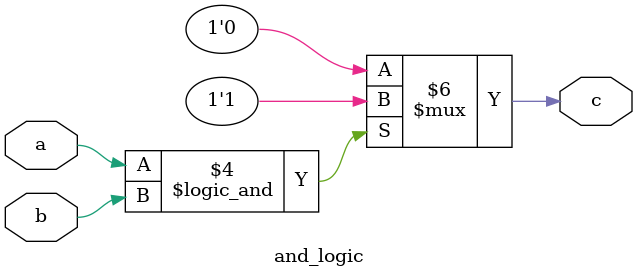
<source format=v>
module lpw(input a,b,output c);
assign c = a&b;
//No reg needed → value is always directly connected to logic (like a wire).
always@(a or b)begin
if(a==1'b0 && b==1'b0)begin
c=1'b0;
end

if(a==1'b0 && b==1'b1)begin
c=1'b0;
end

if(a==1'b1 && b==1'b0)begin
c=1'b0;
end

if(a==1'b1 && b==1'b1)begin
c=1'b1;
end
end
endmodule 

 module and_logic(input a,b, output reg c);
 always@(a or b)begin 
 if(a==1 && b==1)begin
 c = 1;
 end
 else 
 c=0;
 end
 endmodule
</source>
